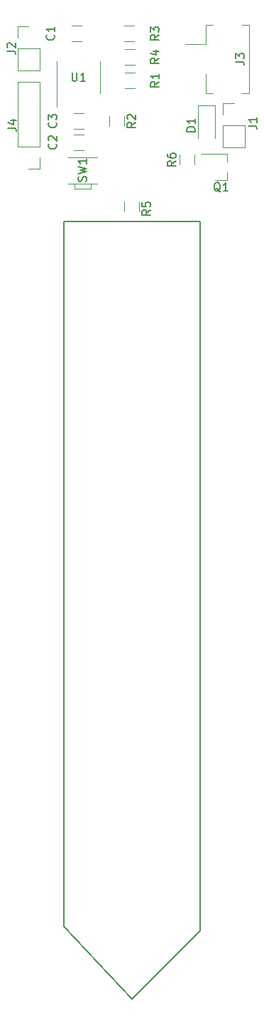
<source format=gbr>
G04 #@! TF.GenerationSoftware,KiCad,Pcbnew,(5.1.2)-2*
G04 #@! TF.CreationDate,2019-09-14T22:41:30+02:00*
G04 #@! TF.ProjectId,PlantWatering,506c616e-7457-4617-9465-72696e672e6b,rev?*
G04 #@! TF.SameCoordinates,Original*
G04 #@! TF.FileFunction,Legend,Top*
G04 #@! TF.FilePolarity,Positive*
%FSLAX46Y46*%
G04 Gerber Fmt 4.6, Leading zero omitted, Abs format (unit mm)*
G04 Created by KiCad (PCBNEW (5.1.2)-2) date 2019-09-14 22:41:30*
%MOMM*%
%LPD*%
G04 APERTURE LIST*
%ADD10C,0.150000*%
%ADD11C,0.120000*%
G04 APERTURE END LIST*
D10*
X101092000Y-161036000D02*
X109220000Y-169672000D01*
X101092000Y-77216000D02*
X101092000Y-161036000D01*
X117348000Y-161544000D02*
X109220000Y-169672000D01*
X101092000Y-77216000D02*
X117348000Y-77216000D01*
X117348000Y-77216000D02*
X117348000Y-161544000D01*
D11*
X123232000Y-61997000D02*
X122382000Y-61997000D01*
X123232000Y-53827000D02*
X123232000Y-61997000D01*
X122382000Y-53827000D02*
X123232000Y-53827000D01*
X118012000Y-61997000D02*
X118012000Y-59672000D01*
X118862000Y-61997000D02*
X118012000Y-61997000D01*
X118012000Y-56152000D02*
X115622000Y-56152000D01*
X118012000Y-53827000D02*
X118012000Y-56152000D01*
X118862000Y-53827000D02*
X118012000Y-53827000D01*
X120624000Y-72319000D02*
X120624000Y-71389000D01*
X120624000Y-69159000D02*
X120624000Y-70089000D01*
X120624000Y-69159000D02*
X117464000Y-69159000D01*
X120624000Y-72319000D02*
X119164000Y-72319000D01*
X98231000Y-60646000D02*
X95571000Y-60646000D01*
X98231000Y-68326000D02*
X98231000Y-60646000D01*
X95571000Y-68326000D02*
X95571000Y-60646000D01*
X98231000Y-68326000D02*
X95571000Y-68326000D01*
X98231000Y-69596000D02*
X98231000Y-70926000D01*
X98231000Y-70926000D02*
X96901000Y-70926000D01*
X110130000Y-76076564D02*
X110130000Y-74872436D01*
X108310000Y-76076564D02*
X108310000Y-74872436D01*
X108352000Y-64675936D02*
X108352000Y-65880064D01*
X106532000Y-64675936D02*
X106532000Y-65880064D01*
X109604564Y-61362000D02*
X108400436Y-61362000D01*
X109604564Y-59542000D02*
X108400436Y-59542000D01*
X103508564Y-68728000D02*
X102304436Y-68728000D01*
X103508564Y-66908000D02*
X102304436Y-66908000D01*
X102304436Y-64368000D02*
X103508564Y-64368000D01*
X102304436Y-66188000D02*
X103508564Y-66188000D01*
X120082000Y-68386000D02*
X122742000Y-68386000D01*
X120082000Y-65786000D02*
X120082000Y-68386000D01*
X122742000Y-65786000D02*
X122742000Y-68386000D01*
X120082000Y-65786000D02*
X122742000Y-65786000D01*
X120082000Y-64516000D02*
X120082000Y-63186000D01*
X120082000Y-63186000D02*
X121412000Y-63186000D01*
X108327436Y-55774000D02*
X109531564Y-55774000D01*
X108327436Y-53954000D02*
X109531564Y-53954000D01*
X102050436Y-55774000D02*
X103254564Y-55774000D01*
X102050436Y-53954000D02*
X103254564Y-53954000D01*
X119110000Y-63410000D02*
X117110000Y-63410000D01*
X117110000Y-63410000D02*
X117110000Y-67310000D01*
X119110000Y-63410000D02*
X119110000Y-67310000D01*
X95571000Y-54042000D02*
X96901000Y-54042000D01*
X95571000Y-55372000D02*
X95571000Y-54042000D01*
X95571000Y-56642000D02*
X98231000Y-56642000D01*
X98231000Y-56642000D02*
X98231000Y-59242000D01*
X95571000Y-56642000D02*
X95571000Y-59242000D01*
X95571000Y-59242000D02*
X98231000Y-59242000D01*
X109568064Y-56748000D02*
X108363936Y-56748000D01*
X109568064Y-58568000D02*
X108363936Y-58568000D01*
X114914000Y-70488564D02*
X114914000Y-69284436D01*
X116734000Y-70488564D02*
X116734000Y-69284436D01*
X105460000Y-60071000D02*
X105460000Y-58191000D01*
X105460000Y-60071000D02*
X105460000Y-61951000D01*
X100280000Y-60071000D02*
X100280000Y-58191000D01*
X100280000Y-60071000D02*
X100280000Y-63596000D01*
X105106000Y-72712000D02*
X101606000Y-72712000D01*
X101606000Y-69612000D02*
X105106000Y-69612000D01*
X102406000Y-73362000D02*
X102406000Y-72712000D01*
X104306000Y-73362000D02*
X102406000Y-73362000D01*
X104306000Y-72712000D02*
X104306000Y-73362000D01*
D10*
X121626380Y-58245333D02*
X122340666Y-58245333D01*
X122483523Y-58292952D01*
X122578761Y-58388190D01*
X122626380Y-58531047D01*
X122626380Y-58626285D01*
X121626380Y-57864380D02*
X121626380Y-57245333D01*
X122007333Y-57578666D01*
X122007333Y-57435809D01*
X122054952Y-57340571D01*
X122102571Y-57292952D01*
X122197809Y-57245333D01*
X122435904Y-57245333D01*
X122531142Y-57292952D01*
X122578761Y-57340571D01*
X122626380Y-57435809D01*
X122626380Y-57721523D01*
X122578761Y-57816761D01*
X122531142Y-57864380D01*
X119792761Y-73699619D02*
X119697523Y-73652000D01*
X119602285Y-73556761D01*
X119459428Y-73413904D01*
X119364190Y-73366285D01*
X119268952Y-73366285D01*
X119316571Y-73604380D02*
X119221333Y-73556761D01*
X119126095Y-73461523D01*
X119078476Y-73271047D01*
X119078476Y-72937714D01*
X119126095Y-72747238D01*
X119221333Y-72652000D01*
X119316571Y-72604380D01*
X119507047Y-72604380D01*
X119602285Y-72652000D01*
X119697523Y-72747238D01*
X119745142Y-72937714D01*
X119745142Y-73271047D01*
X119697523Y-73461523D01*
X119602285Y-73556761D01*
X119507047Y-73604380D01*
X119316571Y-73604380D01*
X120697523Y-73604380D02*
X120126095Y-73604380D01*
X120411809Y-73604380D02*
X120411809Y-72604380D01*
X120316571Y-72747238D01*
X120221333Y-72842476D01*
X120126095Y-72890095D01*
X94448380Y-66119333D02*
X95162666Y-66119333D01*
X95305523Y-66166952D01*
X95400761Y-66262190D01*
X95448380Y-66405047D01*
X95448380Y-66500285D01*
X94781714Y-65214571D02*
X95448380Y-65214571D01*
X94400761Y-65452666D02*
X95115047Y-65690761D01*
X95115047Y-65071714D01*
X111450380Y-75858666D02*
X110974190Y-76192000D01*
X111450380Y-76430095D02*
X110450380Y-76430095D01*
X110450380Y-76049142D01*
X110498000Y-75953904D01*
X110545619Y-75906285D01*
X110640857Y-75858666D01*
X110783714Y-75858666D01*
X110878952Y-75906285D01*
X110926571Y-75953904D01*
X110974190Y-76049142D01*
X110974190Y-76430095D01*
X110450380Y-74953904D02*
X110450380Y-75430095D01*
X110926571Y-75477714D01*
X110878952Y-75430095D01*
X110831333Y-75334857D01*
X110831333Y-75096761D01*
X110878952Y-75001523D01*
X110926571Y-74953904D01*
X111021809Y-74906285D01*
X111259904Y-74906285D01*
X111355142Y-74953904D01*
X111402761Y-75001523D01*
X111450380Y-75096761D01*
X111450380Y-75334857D01*
X111402761Y-75430095D01*
X111355142Y-75477714D01*
X109672380Y-65444666D02*
X109196190Y-65778000D01*
X109672380Y-66016095D02*
X108672380Y-66016095D01*
X108672380Y-65635142D01*
X108720000Y-65539904D01*
X108767619Y-65492285D01*
X108862857Y-65444666D01*
X109005714Y-65444666D01*
X109100952Y-65492285D01*
X109148571Y-65539904D01*
X109196190Y-65635142D01*
X109196190Y-66016095D01*
X108767619Y-65063714D02*
X108720000Y-65016095D01*
X108672380Y-64920857D01*
X108672380Y-64682761D01*
X108720000Y-64587523D01*
X108767619Y-64539904D01*
X108862857Y-64492285D01*
X108958095Y-64492285D01*
X109100952Y-64539904D01*
X109672380Y-65111333D01*
X109672380Y-64492285D01*
X112466380Y-60618666D02*
X111990190Y-60952000D01*
X112466380Y-61190095D02*
X111466380Y-61190095D01*
X111466380Y-60809142D01*
X111514000Y-60713904D01*
X111561619Y-60666285D01*
X111656857Y-60618666D01*
X111799714Y-60618666D01*
X111894952Y-60666285D01*
X111942571Y-60713904D01*
X111990190Y-60809142D01*
X111990190Y-61190095D01*
X112466380Y-59666285D02*
X112466380Y-60237714D01*
X112466380Y-59952000D02*
X111466380Y-59952000D01*
X111609238Y-60047238D01*
X111704476Y-60142476D01*
X111752095Y-60237714D01*
X100179142Y-67984666D02*
X100226761Y-68032285D01*
X100274380Y-68175142D01*
X100274380Y-68270380D01*
X100226761Y-68413238D01*
X100131523Y-68508476D01*
X100036285Y-68556095D01*
X99845809Y-68603714D01*
X99702952Y-68603714D01*
X99512476Y-68556095D01*
X99417238Y-68508476D01*
X99322000Y-68413238D01*
X99274380Y-68270380D01*
X99274380Y-68175142D01*
X99322000Y-68032285D01*
X99369619Y-67984666D01*
X99369619Y-67603714D02*
X99322000Y-67556095D01*
X99274380Y-67460857D01*
X99274380Y-67222761D01*
X99322000Y-67127523D01*
X99369619Y-67079904D01*
X99464857Y-67032285D01*
X99560095Y-67032285D01*
X99702952Y-67079904D01*
X100274380Y-67651333D01*
X100274380Y-67032285D01*
X100179142Y-65444666D02*
X100226761Y-65492285D01*
X100274380Y-65635142D01*
X100274380Y-65730380D01*
X100226761Y-65873238D01*
X100131523Y-65968476D01*
X100036285Y-66016095D01*
X99845809Y-66063714D01*
X99702952Y-66063714D01*
X99512476Y-66016095D01*
X99417238Y-65968476D01*
X99322000Y-65873238D01*
X99274380Y-65730380D01*
X99274380Y-65635142D01*
X99322000Y-65492285D01*
X99369619Y-65444666D01*
X99274380Y-65111333D02*
X99274380Y-64492285D01*
X99655333Y-64825619D01*
X99655333Y-64682761D01*
X99702952Y-64587523D01*
X99750571Y-64539904D01*
X99845809Y-64492285D01*
X100083904Y-64492285D01*
X100179142Y-64539904D01*
X100226761Y-64587523D01*
X100274380Y-64682761D01*
X100274380Y-64968476D01*
X100226761Y-65063714D01*
X100179142Y-65111333D01*
X123150380Y-65865333D02*
X123864666Y-65865333D01*
X124007523Y-65912952D01*
X124102761Y-66008190D01*
X124150380Y-66151047D01*
X124150380Y-66246285D01*
X124150380Y-64865333D02*
X124150380Y-65436761D01*
X124150380Y-65151047D02*
X123150380Y-65151047D01*
X123293238Y-65246285D01*
X123388476Y-65341523D01*
X123436095Y-65436761D01*
X112466380Y-55030666D02*
X111990190Y-55364000D01*
X112466380Y-55602095D02*
X111466380Y-55602095D01*
X111466380Y-55221142D01*
X111514000Y-55125904D01*
X111561619Y-55078285D01*
X111656857Y-55030666D01*
X111799714Y-55030666D01*
X111894952Y-55078285D01*
X111942571Y-55125904D01*
X111990190Y-55221142D01*
X111990190Y-55602095D01*
X111466380Y-54697333D02*
X111466380Y-54078285D01*
X111847333Y-54411619D01*
X111847333Y-54268761D01*
X111894952Y-54173523D01*
X111942571Y-54125904D01*
X112037809Y-54078285D01*
X112275904Y-54078285D01*
X112371142Y-54125904D01*
X112418761Y-54173523D01*
X112466380Y-54268761D01*
X112466380Y-54554476D01*
X112418761Y-54649714D01*
X112371142Y-54697333D01*
X99925142Y-55030666D02*
X99972761Y-55078285D01*
X100020380Y-55221142D01*
X100020380Y-55316380D01*
X99972761Y-55459238D01*
X99877523Y-55554476D01*
X99782285Y-55602095D01*
X99591809Y-55649714D01*
X99448952Y-55649714D01*
X99258476Y-55602095D01*
X99163238Y-55554476D01*
X99068000Y-55459238D01*
X99020380Y-55316380D01*
X99020380Y-55221142D01*
X99068000Y-55078285D01*
X99115619Y-55030666D01*
X100020380Y-54078285D02*
X100020380Y-54649714D01*
X100020380Y-54364000D02*
X99020380Y-54364000D01*
X99163238Y-54459238D01*
X99258476Y-54554476D01*
X99306095Y-54649714D01*
X116784380Y-66524095D02*
X115784380Y-66524095D01*
X115784380Y-66286000D01*
X115832000Y-66143142D01*
X115927238Y-66047904D01*
X116022476Y-66000285D01*
X116212952Y-65952666D01*
X116355809Y-65952666D01*
X116546285Y-66000285D01*
X116641523Y-66047904D01*
X116736761Y-66143142D01*
X116784380Y-66286000D01*
X116784380Y-66524095D01*
X116784380Y-65000285D02*
X116784380Y-65571714D01*
X116784380Y-65286000D02*
X115784380Y-65286000D01*
X115927238Y-65381238D01*
X116022476Y-65476476D01*
X116070095Y-65571714D01*
X94321380Y-56975333D02*
X95035666Y-56975333D01*
X95178523Y-57022952D01*
X95273761Y-57118190D01*
X95321380Y-57261047D01*
X95321380Y-57356285D01*
X94416619Y-56546761D02*
X94369000Y-56499142D01*
X94321380Y-56403904D01*
X94321380Y-56165809D01*
X94369000Y-56070571D01*
X94416619Y-56022952D01*
X94511857Y-55975333D01*
X94607095Y-55975333D01*
X94749952Y-56022952D01*
X95321380Y-56594380D01*
X95321380Y-55975333D01*
X112466380Y-57824666D02*
X111990190Y-58158000D01*
X112466380Y-58396095D02*
X111466380Y-58396095D01*
X111466380Y-58015142D01*
X111514000Y-57919904D01*
X111561619Y-57872285D01*
X111656857Y-57824666D01*
X111799714Y-57824666D01*
X111894952Y-57872285D01*
X111942571Y-57919904D01*
X111990190Y-58015142D01*
X111990190Y-58396095D01*
X111799714Y-56967523D02*
X112466380Y-56967523D01*
X111418761Y-57205619D02*
X112133047Y-57443714D01*
X112133047Y-56824666D01*
X114456380Y-70053166D02*
X113980190Y-70386500D01*
X114456380Y-70624595D02*
X113456380Y-70624595D01*
X113456380Y-70243642D01*
X113504000Y-70148404D01*
X113551619Y-70100785D01*
X113646857Y-70053166D01*
X113789714Y-70053166D01*
X113884952Y-70100785D01*
X113932571Y-70148404D01*
X113980190Y-70243642D01*
X113980190Y-70624595D01*
X113456380Y-69196023D02*
X113456380Y-69386500D01*
X113504000Y-69481738D01*
X113551619Y-69529357D01*
X113694476Y-69624595D01*
X113884952Y-69672214D01*
X114265904Y-69672214D01*
X114361142Y-69624595D01*
X114408761Y-69576976D01*
X114456380Y-69481738D01*
X114456380Y-69291261D01*
X114408761Y-69196023D01*
X114361142Y-69148404D01*
X114265904Y-69100785D01*
X114027809Y-69100785D01*
X113932571Y-69148404D01*
X113884952Y-69196023D01*
X113837333Y-69291261D01*
X113837333Y-69481738D01*
X113884952Y-69576976D01*
X113932571Y-69624595D01*
X114027809Y-69672214D01*
X102108095Y-59523380D02*
X102108095Y-60332904D01*
X102155714Y-60428142D01*
X102203333Y-60475761D01*
X102298571Y-60523380D01*
X102489047Y-60523380D01*
X102584285Y-60475761D01*
X102631904Y-60428142D01*
X102679523Y-60332904D01*
X102679523Y-59523380D01*
X103679523Y-60523380D02*
X103108095Y-60523380D01*
X103393809Y-60523380D02*
X103393809Y-59523380D01*
X103298571Y-59666238D01*
X103203333Y-59761476D01*
X103108095Y-59809095D01*
X103760761Y-72453333D02*
X103808380Y-72310476D01*
X103808380Y-72072380D01*
X103760761Y-71977142D01*
X103713142Y-71929523D01*
X103617904Y-71881904D01*
X103522666Y-71881904D01*
X103427428Y-71929523D01*
X103379809Y-71977142D01*
X103332190Y-72072380D01*
X103284571Y-72262857D01*
X103236952Y-72358095D01*
X103189333Y-72405714D01*
X103094095Y-72453333D01*
X102998857Y-72453333D01*
X102903619Y-72405714D01*
X102856000Y-72358095D01*
X102808380Y-72262857D01*
X102808380Y-72024761D01*
X102856000Y-71881904D01*
X102808380Y-71548571D02*
X103808380Y-71310476D01*
X103094095Y-71120000D01*
X103808380Y-70929523D01*
X102808380Y-70691428D01*
X103808380Y-69786666D02*
X103808380Y-70358095D01*
X103808380Y-70072380D02*
X102808380Y-70072380D01*
X102951238Y-70167619D01*
X103046476Y-70262857D01*
X103094095Y-70358095D01*
M02*

</source>
